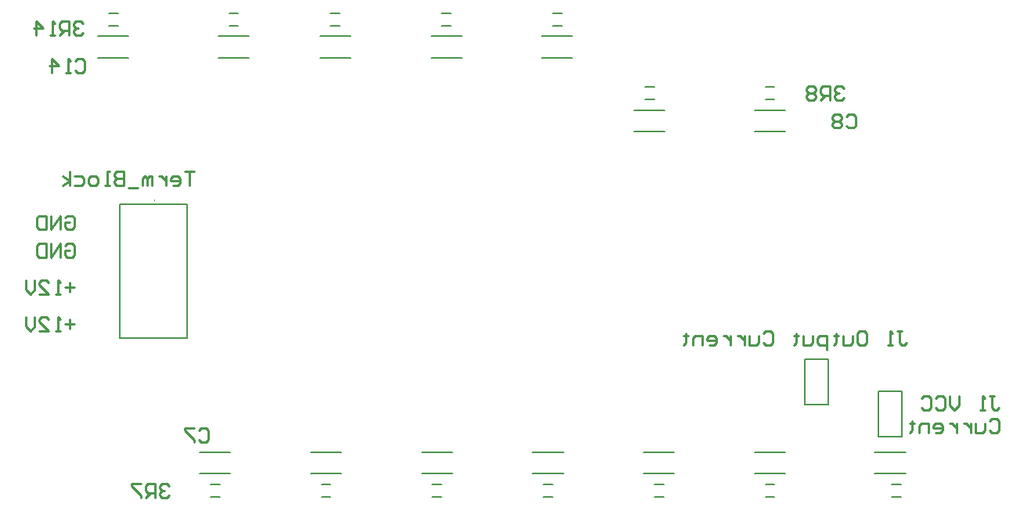
<source format=gbo>
G04*
G04 #@! TF.GenerationSoftware,Altium Limited,Altium Designer,20.2.6 (244)*
G04*
G04 Layer_Color=32896*
%FSLAX25Y25*%
%MOIN*%
G70*
G04*
G04 #@! TF.SameCoordinates,11A24C68-64DB-4881-A1EB-24DF76E2ADE5*
G04*
G04*
G04 #@! TF.FilePolarity,Positive*
G04*
G01*
G75*
%ADD10C,0.00787*%
%ADD11C,0.00394*%
%ADD12C,0.01000*%
D10*
X171975Y230315D02*
Y287402D01*
Y230315D02*
X200715D01*
Y287402D01*
X171975D02*
X200715D01*
X495000Y188347D02*
Y200413D01*
Y195413D02*
Y207638D01*
X505000D01*
Y188347D02*
Y207638D01*
X495000Y188347D02*
X505000D01*
X463504Y201969D02*
Y214035D01*
Y209035D02*
Y221260D01*
X473504D01*
Y201969D02*
Y221260D01*
X463504Y201969D02*
X473504D01*
X167323Y363484D02*
X171260D01*
X167323Y368799D02*
X171260D01*
X162783Y349693D02*
X175800D01*
X162783Y358969D02*
X175800D01*
X446850Y331988D02*
X450787D01*
X446850Y337303D02*
X450787D01*
X500689Y162697D02*
X504626D01*
X500689Y168012D02*
X504626D01*
X493492Y181804D02*
X506508D01*
X493492Y172527D02*
X506508D01*
X210630Y168012D02*
X214567D01*
X210630Y162697D02*
X214567D01*
X206090Y172527D02*
X219107D01*
X206090Y181804D02*
X219107D01*
X213964Y358969D02*
X226981D01*
X213964Y349693D02*
X226981D01*
X218504Y368799D02*
X222441D01*
X218504Y363484D02*
X222441D01*
X257271Y358969D02*
X270288D01*
X257271Y349693D02*
X270288D01*
X261811Y368799D02*
X265748D01*
X261811Y363484D02*
X265748D01*
X304515Y358969D02*
X317532D01*
X304515Y349693D02*
X317532D01*
X309055Y368799D02*
X312992D01*
X309055Y363484D02*
X312992D01*
X351760Y358969D02*
X364776D01*
X351760Y349693D02*
X364776D01*
X356299Y368799D02*
X360236D01*
X356299Y363484D02*
X360236D01*
X391129Y327473D02*
X404146D01*
X391129Y318197D02*
X404146D01*
X395669Y337303D02*
X399606D01*
X395669Y331988D02*
X399606D01*
X442311Y327473D02*
X455327D01*
X442311Y318197D02*
X455327D01*
X446850Y162697D02*
X450787D01*
X446850Y168012D02*
X450787D01*
X442311Y181804D02*
X455327D01*
X442311Y172527D02*
X455327D01*
X399606Y162697D02*
X403543D01*
X399606Y168012D02*
X403543D01*
X395066Y181804D02*
X408083D01*
X395066Y172527D02*
X408083D01*
X352362Y162697D02*
X356299D01*
X352362Y168012D02*
X356299D01*
X347822Y181804D02*
X360839D01*
X347822Y172527D02*
X360839D01*
X305118Y162697D02*
X309055D01*
X305118Y168012D02*
X309055D01*
X300578Y181804D02*
X313595D01*
X300578Y172527D02*
X313595D01*
X257874Y162697D02*
X261811D01*
X257874Y168012D02*
X261811D01*
X253334Y181804D02*
X266351D01*
X253334Y172527D02*
X266351D01*
D11*
X186542Y289370D02*
Y288976D01*
Y289370D01*
D12*
X542245Y205572D02*
X544245D01*
X543245D01*
Y200574D01*
X544245Y199574D01*
X545244D01*
X546244Y200574D01*
X540246Y199574D02*
X538247D01*
X539246D01*
Y205572D01*
X540246Y204572D01*
X529250Y205572D02*
Y201573D01*
X527250Y199574D01*
X525251Y201573D01*
Y205572D01*
X519253Y204572D02*
X520253Y205572D01*
X522252D01*
X523251Y204572D01*
Y200574D01*
X522252Y199574D01*
X520253D01*
X519253Y200574D01*
X513255Y204572D02*
X514254Y205572D01*
X516254D01*
X517253Y204572D01*
Y200574D01*
X516254Y199574D01*
X514254D01*
X513255Y200574D01*
X542245Y194975D02*
X543245Y195974D01*
X545244D01*
X546244Y194975D01*
Y190976D01*
X545244Y189976D01*
X543245D01*
X542245Y190976D01*
X540246Y193975D02*
Y190976D01*
X539246Y189976D01*
X536247D01*
Y193975D01*
X534248D02*
Y189976D01*
Y191976D01*
X533248Y192975D01*
X532249Y193975D01*
X531249D01*
X528250D02*
Y189976D01*
Y191976D01*
X527250Y192975D01*
X526251Y193975D01*
X525251D01*
X519253Y189976D02*
X521252D01*
X522252Y190976D01*
Y192975D01*
X521252Y193975D01*
X519253D01*
X518253Y192975D01*
Y191976D01*
X522252D01*
X516254Y189976D02*
Y193975D01*
X513255D01*
X512255Y192975D01*
Y189976D01*
X509256Y194975D02*
Y193975D01*
X510256D01*
X508256D01*
X509256D01*
Y190976D01*
X508256Y189976D01*
X148608Y281510D02*
X149592Y282494D01*
X151559D01*
X152543Y281510D01*
Y277574D01*
X151559Y276590D01*
X149592D01*
X148608Y277574D01*
Y279542D01*
X150575D01*
X146640Y276590D02*
Y282494D01*
X142704Y276590D01*
Y282494D01*
X140736D02*
Y276590D01*
X137784D01*
X136800Y277574D01*
Y281510D01*
X137784Y282494D01*
X140736D01*
X152543Y236235D02*
X148608D01*
X150575Y238203D02*
Y234267D01*
X146640Y233283D02*
X144672D01*
X145656D01*
Y239187D01*
X146640Y238203D01*
X137784Y233283D02*
X141720D01*
X137784Y237219D01*
Y238203D01*
X138768Y239187D01*
X140736D01*
X141720Y238203D01*
X135816Y239187D02*
Y235251D01*
X133849Y233283D01*
X131881Y235251D01*
Y239187D01*
X502875Y233407D02*
X504875D01*
X503875D01*
Y228409D01*
X504875Y227409D01*
X505874D01*
X506874Y228409D01*
X500876Y227409D02*
X498877D01*
X499876D01*
Y233407D01*
X500876Y232407D01*
X486880Y233407D02*
X488880D01*
X489880Y232407D01*
Y228409D01*
X488880Y227409D01*
X486880D01*
X485881Y228409D01*
Y232407D01*
X486880Y233407D01*
X483882Y231407D02*
Y228409D01*
X482882Y227409D01*
X479883D01*
Y231407D01*
X476884Y232407D02*
Y231407D01*
X477883D01*
X475884D01*
X476884D01*
Y228409D01*
X475884Y227409D01*
X472885Y225410D02*
Y231407D01*
X469886D01*
X468886Y230408D01*
Y228409D01*
X469886Y227409D01*
X472885D01*
X466887Y231407D02*
Y228409D01*
X465887Y227409D01*
X462888D01*
Y231407D01*
X459889Y232407D02*
Y231407D01*
X460889D01*
X458889D01*
X459889D01*
Y228409D01*
X458889Y227409D01*
X445894Y232407D02*
X446893Y233407D01*
X448893D01*
X449893Y232407D01*
Y228409D01*
X448893Y227409D01*
X446893D01*
X445894Y228409D01*
X443894Y231407D02*
Y228409D01*
X442895Y227409D01*
X439896D01*
Y231407D01*
X437896D02*
Y227409D01*
Y229408D01*
X436897Y230408D01*
X435897Y231407D01*
X434897D01*
X431898D02*
Y227409D01*
Y229408D01*
X430899Y230408D01*
X429899Y231407D01*
X428899D01*
X422901Y227409D02*
X424900D01*
X425900Y228409D01*
Y230408D01*
X424900Y231407D01*
X422901D01*
X421902Y230408D01*
Y229408D01*
X425900D01*
X419902Y227409D02*
Y231407D01*
X416903D01*
X415903Y230408D01*
Y227409D01*
X412904Y232407D02*
Y231407D01*
X413904D01*
X411905D01*
X412904D01*
Y228409D01*
X411905Y227409D01*
X148608Y269699D02*
X149592Y270683D01*
X151559D01*
X152543Y269699D01*
Y265763D01*
X151559Y264779D01*
X149592D01*
X148608Y265763D01*
Y267731D01*
X150575D01*
X146640Y264779D02*
Y270683D01*
X142704Y264779D01*
Y270683D01*
X140736D02*
Y264779D01*
X137784D01*
X136800Y265763D01*
Y269699D01*
X137784Y270683D01*
X140736D01*
X152543Y251983D02*
X148608D01*
X150575Y253951D02*
Y250015D01*
X146640Y249031D02*
X144672D01*
X145656D01*
Y254935D01*
X146640Y253951D01*
X137784Y249031D02*
X141720D01*
X137784Y252967D01*
Y253951D01*
X138768Y254935D01*
X140736D01*
X141720Y253951D01*
X135816Y254935D02*
Y250999D01*
X133849Y249031D01*
X131881Y250999D01*
Y254935D01*
X203800Y301498D02*
X199801D01*
X201801D01*
Y295500D01*
X194803D02*
X196802D01*
X197802Y296500D01*
Y298499D01*
X196802Y299499D01*
X194803D01*
X193803Y298499D01*
Y297499D01*
X197802D01*
X191804Y299499D02*
Y295500D01*
Y297499D01*
X190804Y298499D01*
X189804Y299499D01*
X188805D01*
X185806Y295500D02*
Y299499D01*
X184806D01*
X183807Y298499D01*
Y295500D01*
Y298499D01*
X182807Y299499D01*
X181807Y298499D01*
Y295500D01*
X179808Y294500D02*
X175809D01*
X173810Y301498D02*
Y295500D01*
X170811D01*
X169811Y296500D01*
Y297499D01*
X170811Y298499D01*
X173810D01*
X170811D01*
X169811Y299499D01*
Y300498D01*
X170811Y301498D01*
X173810D01*
X167812Y295500D02*
X165812D01*
X166812D01*
Y301498D01*
X167812D01*
X161814Y295500D02*
X159814D01*
X158815Y296500D01*
Y298499D01*
X159814Y299499D01*
X161814D01*
X162813Y298499D01*
Y296500D01*
X161814Y295500D01*
X152816Y299499D02*
X155815D01*
X156815Y298499D01*
Y296500D01*
X155815Y295500D01*
X152816D01*
X150817D02*
Y301498D01*
Y297499D02*
X147818Y299499D01*
X150817Y297499D02*
X147818Y295500D01*
X205724Y190976D02*
X206724Y191975D01*
X208723D01*
X209723Y190976D01*
Y186977D01*
X208723Y185977D01*
X206724D01*
X205724Y186977D01*
X203725Y191975D02*
X199726D01*
Y190976D01*
X203725Y186977D01*
Y185977D01*
X153105Y348456D02*
X154105Y349456D01*
X156104D01*
X157104Y348456D01*
Y344457D01*
X156104Y343458D01*
X154105D01*
X153105Y344457D01*
X151106Y343458D02*
X149107D01*
X150106D01*
Y349456D01*
X151106Y348456D01*
X143108Y343458D02*
Y349456D01*
X146107Y346457D01*
X142109D01*
X481315Y324834D02*
X482314Y325834D01*
X484314D01*
X485313Y324834D01*
Y320835D01*
X484314Y319836D01*
X482314D01*
X481315Y320835D01*
X479315Y324834D02*
X478316Y325834D01*
X476316D01*
X475317Y324834D01*
Y323834D01*
X476316Y322835D01*
X475317Y321835D01*
Y320835D01*
X476316Y319836D01*
X478316D01*
X479315Y320835D01*
Y321835D01*
X478316Y322835D01*
X479315Y323834D01*
Y324834D01*
X478316Y322835D02*
X476316D01*
X193037Y167354D02*
X192037Y168353D01*
X190038D01*
X189038Y167354D01*
Y166354D01*
X190038Y165354D01*
X191037D01*
X190038D01*
X189038Y164355D01*
Y163355D01*
X190038Y162355D01*
X192037D01*
X193037Y163355D01*
X187039Y162355D02*
Y168353D01*
X184040D01*
X183040Y167354D01*
Y165354D01*
X184040Y164355D01*
X187039D01*
X185039D02*
X183040Y162355D01*
X181041Y168353D02*
X177042D01*
Y167354D01*
X181041Y163355D01*
Y162355D01*
X156166Y364204D02*
X155166Y365204D01*
X153167D01*
X152167Y364204D01*
Y363204D01*
X153167Y362205D01*
X154166D01*
X153167D01*
X152167Y361205D01*
Y360205D01*
X153167Y359206D01*
X155166D01*
X156166Y360205D01*
X150168Y359206D02*
Y365204D01*
X147169D01*
X146169Y364204D01*
Y362205D01*
X147169Y361205D01*
X150168D01*
X148169D02*
X146169Y359206D01*
X144170D02*
X142170D01*
X143170D01*
Y365204D01*
X144170Y364204D01*
X136172Y359206D02*
Y365204D01*
X139171Y362205D01*
X135173D01*
X480438Y336645D02*
X479439Y337645D01*
X477439D01*
X476440Y336645D01*
Y335645D01*
X477439Y334646D01*
X478439D01*
X477439D01*
X476440Y333646D01*
Y332646D01*
X477439Y331647D01*
X479439D01*
X480438Y332646D01*
X474440Y331647D02*
Y337645D01*
X471441D01*
X470442Y336645D01*
Y334646D01*
X471441Y333646D01*
X474440D01*
X472441D02*
X470442Y331647D01*
X468442Y336645D02*
X467443Y337645D01*
X465443D01*
X464443Y336645D01*
Y335645D01*
X465443Y334646D01*
X464443Y333646D01*
Y332646D01*
X465443Y331647D01*
X467443D01*
X468442Y332646D01*
Y333646D01*
X467443Y334646D01*
X468442Y335645D01*
Y336645D01*
X467443Y334646D02*
X465443D01*
M02*

</source>
